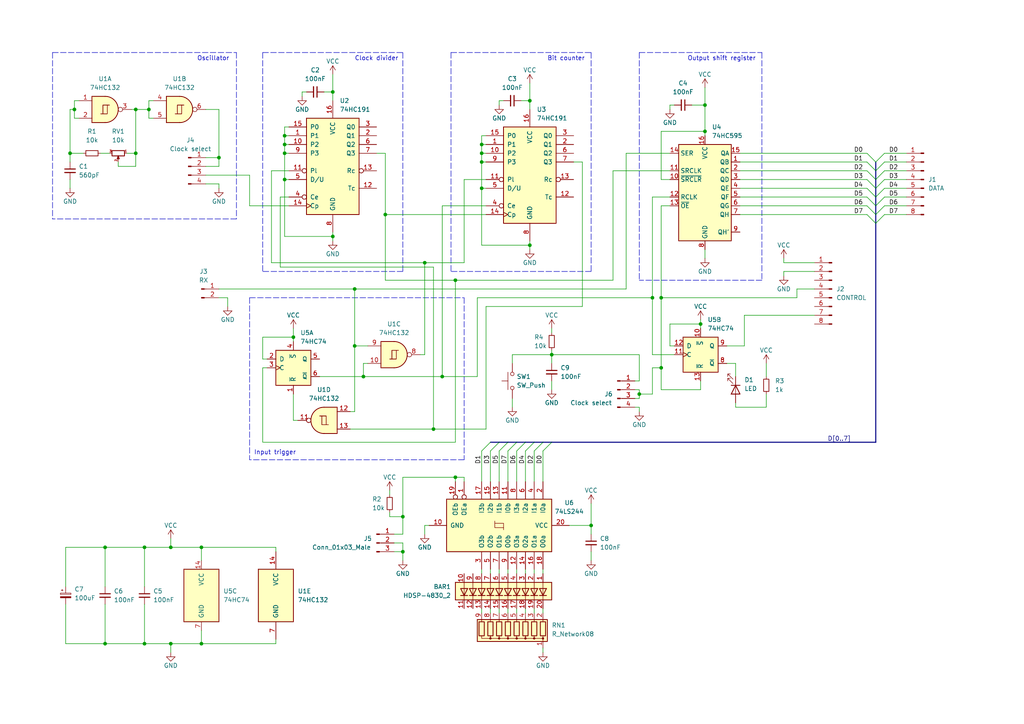
<source format=kicad_sch>
(kicad_sch (version 20211123) (generator eeschema)
  (paper "A4")
  (lib_symbols
    (symbol "74xx:74LS132" (pin_names (offset 1.016))
      (property "Reference" "U" (at 0 1.27 0))
      (property "Value" "74LS132" (at 0 -1.27 0))
      (symbol "74LS132_1_1"
        (pin input line (at -7.62 2.54 0) (length 3.81) (name "~") (number "1"))
        (pin input line (at -7.62 -2.54 0) (length 3.81) (name "~") (number "2"))
        (pin output inverted (at 7.62 0 180) (length 3.81) (name "~") (number "3"))
      )
      (symbol "74LS132_1_2"
        (pin input inverted (at -7.62 2.54 0) (length 4.318) (name "~") (number "1"))
        (pin input inverted (at -7.62 -2.54 0) (length 4.318) (name "~") (number "2"))
        (pin output line (at 7.62 0 180) (length 3.81) (name "~") (number "3"))
      )
      (symbol "74LS132_2_1"
        (pin input line (at -7.62 2.54 0) (length 3.81) (name "~") (number "4"))
        (pin input line (at -7.62 -2.54 0) (length 3.81) (name "~") (number "5"))
        (pin output inverted (at 7.62 0 180) (length 3.81) (name "~") (number "6"))
      )
      (symbol "74LS132_2_2"
        (pin input inverted (at -7.62 2.54 0) (length 4.318) (name "~") (number "4"))
        (pin input inverted (at -7.62 -2.54 0) (length 4.318) (name "~") (number "5"))
        (pin output line (at 7.62 0 180) (length 3.81) (name "~") (number "6"))
      )
      (symbol "74LS132_3_1"
        (pin input line (at -7.62 -2.54 0) (length 3.81) (name "~") (number "10"))
        (pin output inverted (at 7.62 0 180) (length 3.81) (name "~") (number "8"))
        (pin input line (at -7.62 2.54 0) (length 3.81) (name "~") (number "9"))
      )
      (symbol "74LS132_3_2"
        (pin input inverted (at -7.62 -2.54 0) (length 4.318) (name "~") (number "10"))
        (pin output line (at 7.62 0 180) (length 3.81) (name "~") (number "8"))
        (pin input inverted (at -7.62 2.54 0) (length 4.318) (name "~") (number "9"))
      )
      (symbol "74LS132_4_1"
        (pin output inverted (at 7.62 0 180) (length 3.81) (name "~") (number "11"))
        (pin input line (at -7.62 2.54 0) (length 3.81) (name "~") (number "12"))
        (pin input line (at -7.62 -2.54 0) (length 3.81) (name "~") (number "13"))
      )
      (symbol "74LS132_4_2"
        (pin output line (at 7.62 0 180) (length 3.81) (name "~") (number "11"))
        (pin input inverted (at -7.62 2.54 0) (length 4.318) (name "~") (number "12"))
        (pin input inverted (at -7.62 -2.54 0) (length 4.318) (name "~") (number "13"))
      )
      (symbol "74LS132_5_0"
        (pin power_in line (at 0 12.7 270) (length 5.08) (name "VCC") (number "14"))
        (pin power_in line (at 0 -12.7 90) (length 5.08) (name "GND") (number "7"))
      )
    )
    (symbol "74xx:74LS191" (pin_names (offset 1.016))
      (property "Reference" "U" (at -7.62 13.97 0))
      (property "Value" "74LS191" (at -7.62 -16.51 0))
      (symbol "74LS191_1_0"
        (pin input line (at -12.7 7.62 0) (length 5.08) (name "P1") (number "1"))
        (pin input line (at -12.7 5.08 0) (length 5.08) (name "P2") (number "10"))
        (pin input inverted (at -12.7 -2.54 0) (length 5.08) (name "Pl") (number "11"))
        (pin output line (at 12.7 -7.62 180) (length 5.08) (name "Tc") (number "12"))
        (pin output inverted (at 12.7 -2.54 180) (length 5.08) (name "Rc") (number "13"))
        (pin input clock (at -12.7 -12.7 0) (length 5.08) (name "Cp") (number "14"))
        (pin input line (at -12.7 10.16 0) (length 5.08) (name "P0") (number "15"))
        (pin power_in line (at 0 17.78 270) (length 5.08) (name "VCC") (number "16"))
        (pin output line (at 12.7 7.62 180) (length 5.08) (name "Q1") (number "2"))
        (pin output line (at 12.7 10.16 180) (length 5.08) (name "Q0") (number "3"))
        (pin input inverted (at -12.7 -10.16 0) (length 5.08) (name "Ce") (number "4"))
        (pin input line (at -12.7 -5.08 0) (length 5.08) (name "D/U") (number "5"))
        (pin output line (at 12.7 5.08 180) (length 5.08) (name "Q2") (number "6"))
        (pin output line (at 12.7 2.54 180) (length 5.08) (name "Q3") (number "7"))
        (pin power_in line (at 0 -20.32 90) (length 5.08) (name "GND") (number "8"))
        (pin input line (at -12.7 2.54 0) (length 5.08) (name "P3") (number "9"))
      )
    )
    (symbol "74xx:74LS244" (pin_names (offset 1.016))
      (property "Reference" "U" (at -7.62 16.51 0))
      (property "Value" "74LS244" (at -7.62 -16.51 0))
      (symbol "74LS244_1_0"
        (pin input inverted (at -12.7 -10.16 0) (length 5.08) (name "OEa") (number "1"))
        (pin power_in line (at 0 -20.32 90) (length 5.08) (name "GND") (number "10"))
        (pin input line (at -12.7 2.54 0) (length 5.08) (name "I0b") (number "11"))
        (pin tri_state line (at 12.7 5.08 180) (length 5.08) (name "O3a") (number "12"))
        (pin input line (at -12.7 0 0) (length 5.08) (name "I1b") (number "13"))
        (pin tri_state line (at 12.7 7.62 180) (length 5.08) (name "O2a") (number "14"))
        (pin input line (at -12.7 -2.54 0) (length 5.08) (name "I2b") (number "15"))
        (pin tri_state line (at 12.7 10.16 180) (length 5.08) (name "O1a") (number "16"))
        (pin input line (at -12.7 -5.08 0) (length 5.08) (name "I3b") (number "17"))
        (pin tri_state line (at 12.7 12.7 180) (length 5.08) (name "O0a") (number "18"))
        (pin input inverted (at -12.7 -12.7 0) (length 5.08) (name "OEb") (number "19"))
        (pin input line (at -12.7 12.7 0) (length 5.08) (name "I0a") (number "2"))
        (pin power_in line (at 0 20.32 270) (length 5.08) (name "VCC") (number "20"))
        (pin tri_state line (at 12.7 -5.08 180) (length 5.08) (name "O3b") (number "3"))
        (pin input line (at -12.7 10.16 0) (length 5.08) (name "I1a") (number "4"))
        (pin tri_state line (at 12.7 -2.54 180) (length 5.08) (name "O2b") (number "5"))
        (pin input line (at -12.7 7.62 0) (length 5.08) (name "I2a") (number "6"))
        (pin tri_state line (at 12.7 0 180) (length 5.08) (name "O1b") (number "7"))
        (pin input line (at -12.7 5.08 0) (length 5.08) (name "I3a") (number "8"))
        (pin tri_state line (at 12.7 2.54 180) (length 5.08) (name "O0b") (number "9"))
      )
    )
    (symbol "74xx:74LS595"
      (property "Reference" "U" (at -7.62 13.97 0))
      (property "Value" "74LS595" (at -7.62 -16.51 0))
      (symbol "74LS595_1_0"
        (pin tri_state line (at 10.16 7.62 180) (length 2.54) (name "QB") (number "1"))
        (pin input line (at -10.16 2.54 0) (length 2.54) (name "~{SRCLR}") (number "10"))
        (pin input line (at -10.16 5.08 0) (length 2.54) (name "SRCLK") (number "11"))
        (pin input line (at -10.16 -2.54 0) (length 2.54) (name "RCLK") (number "12"))
        (pin input line (at -10.16 -5.08 0) (length 2.54) (name "~{OE}") (number "13"))
        (pin input line (at -10.16 10.16 0) (length 2.54) (name "SER") (number "14"))
        (pin tri_state line (at 10.16 10.16 180) (length 2.54) (name "QA") (number "15"))
        (pin power_in line (at 0 15.24 270) (length 2.54) (name "VCC") (number "16"))
        (pin tri_state line (at 10.16 5.08 180) (length 2.54) (name "QC") (number "2"))
        (pin tri_state line (at 10.16 2.54 180) (length 2.54) (name "QD") (number "3"))
        (pin tri_state line (at 10.16 0 180) (length 2.54) (name "QE") (number "4"))
        (pin tri_state line (at 10.16 -2.54 180) (length 2.54) (name "QF") (number "5"))
        (pin tri_state line (at 10.16 -5.08 180) (length 2.54) (name "QG") (number "6"))
        (pin tri_state line (at 10.16 -7.62 180) (length 2.54) (name "QH") (number "7"))
        (pin power_in line (at 0 -17.78 90) (length 2.54) (name "GND") (number "8"))
        (pin output line (at 10.16 -12.7 180) (length 2.54) (name "QH'") (number "9"))
      )
    )
    (symbol "74xx:74LS74" (pin_names (offset 1.016))
      (property "Reference" "U" (at -7.62 8.89 0))
      (property "Value" "74LS74" (at -7.62 -8.89 0))
      (symbol "74LS74_1_0"
        (pin input line (at 0 -7.62 90) (length 2.54) (name "~{R}") (number "1"))
        (pin input line (at -7.62 2.54 0) (length 2.54) (name "D") (number "2"))
        (pin input clock (at -7.62 0 0) (length 2.54) (name "C") (number "3"))
        (pin input line (at 0 7.62 270) (length 2.54) (name "~{S}") (number "4"))
        (pin output line (at 7.62 2.54 180) (length 2.54) (name "Q") (number "5"))
        (pin output line (at 7.62 -2.54 180) (length 2.54) (name "~{Q}") (number "6"))
      )
      (symbol "74LS74_2_0"
        (pin input line (at 0 7.62 270) (length 2.54) (name "~{S}") (number "10"))
        (pin input clock (at -7.62 0 0) (length 2.54) (name "C") (number "11"))
        (pin input line (at -7.62 2.54 0) (length 2.54) (name "D") (number "12"))
        (pin input line (at 0 -7.62 90) (length 2.54) (name "~{R}") (number "13"))
        (pin output line (at 7.62 -2.54 180) (length 2.54) (name "~{Q}") (number "8"))
        (pin output line (at 7.62 2.54 180) (length 2.54) (name "Q") (number "9"))
      )
      (symbol "74LS74_3_0"
        (pin power_in line (at 0 10.16 270) (length 2.54) (name "VCC") (number "14"))
        (pin power_in line (at 0 -10.16 90) (length 2.54) (name "GND") (number "7"))
      )
    )
    (symbol "Connector:Conn_01x02_Male" (pin_names (offset 1.016) hide)
      (property "Reference" "J" (at 0 2.54 0))
      (property "Value" "Conn_01x02_Male" (at 0 -5.08 0))
      (symbol "Conn_01x02_Male_1_1"
        (pin passive line (at 5.08 0 180) (length 3.81) (name "Pin_1") (number "1"))
        (pin passive line (at 5.08 -2.54 180) (length 3.81) (name "Pin_2") (number "2"))
      )
    )
    (symbol "Connector:Conn_01x03_Male" (pin_names (offset 1.016) hide)
      (property "Reference" "J" (at 0 5.08 0))
      (property "Value" "Conn_01x03_Male" (at 0 -5.08 0))
      (symbol "Conn_01x03_Male_1_1"
        (pin passive line (at 5.08 2.54 180) (length 3.81) (name "Pin_1") (number "1"))
        (pin passive line (at 5.08 0 180) (length 3.81) (name "Pin_2") (number "2"))
        (pin passive line (at 5.08 -2.54 180) (length 3.81) (name "Pin_3") (number "3"))
      )
    )
    (symbol "Connector:Conn_01x04_Male" (pin_names (offset 1.016) hide)
      (property "Reference" "J" (at 0 5.08 0))
      (property "Value" "Conn_01x04_Male" (at 0 -7.62 0))
      (symbol "Conn_01x04_Male_1_1"
        (pin passive line (at 5.08 2.54 180) (length 3.81) (name "Pin_1") (number "1"))
        (pin passive line (at 5.08 0 180) (length 3.81) (name "Pin_2") (number "2"))
        (pin passive line (at 5.08 -2.54 180) (length 3.81) (name "Pin_3") (number "3"))
        (pin passive line (at 5.08 -5.08 180) (length 3.81) (name "Pin_4") (number "4"))
      )
    )
    (symbol "Connector:Conn_01x08_Male" (pin_names (offset 1.016) hide)
      (property "Reference" "J" (at 0 10.16 0))
      (property "Value" "Conn_01x08_Male" (at 0 -12.7 0))
      (symbol "Conn_01x08_Male_1_1"
        (pin passive line (at 5.08 7.62 180) (length 3.81) (name "Pin_1") (number "1"))
        (pin passive line (at 5.08 5.08 180) (length 3.81) (name "Pin_2") (number "2"))
        (pin passive line (at 5.08 2.54 180) (length 3.81) (name "Pin_3") (number "3"))
        (pin passive line (at 5.08 0 180) (length 3.81) (name "Pin_4") (number "4"))
        (pin passive line (at 5.08 -2.54 180) (length 3.81) (name "Pin_5") (number "5"))
        (pin passive line (at 5.08 -5.08 180) (length 3.81) (name "Pin_6") (number "6"))
        (pin passive line (at 5.08 -7.62 180) (length 3.81) (name "Pin_7") (number "7"))
        (pin passive line (at 5.08 -10.16 180) (length 3.81) (name "Pin_8") (number "8"))
      )
    )
    (symbol "Device:C_Polarized_Small" (pin_numbers hide) (pin_names (offset 0.254) hide)
      (property "Reference" "C" (at 0.254 1.778 0))
      (property "Value" "C_Polarized_Small" (at 0.254 -2.032 0))
      (symbol "C_Polarized_Small_1_1"
        (pin passive line (at 0 2.54 270) (length 1.8542) (name "~") (number "1"))
        (pin passive line (at 0 -2.54 90) (length 1.8542) (name "~") (number "2"))
      )
    )
    (symbol "Device:C_Small" (pin_numbers hide) (pin_names (offset 0.254) hide)
      (property "Reference" "C" (at 0.254 1.778 0))
      (property "Value" "C_Small" (at 0.254 -2.032 0))
      (symbol "C_Small_1_1"
        (pin passive line (at 0 2.54 270) (length 2.032) (name "~") (number "1"))
        (pin passive line (at 0 -2.54 90) (length 2.032) (name "~") (number "2"))
      )
    )
    (symbol "Device:LED" (pin_numbers hide) (pin_names (offset 1.016) hide)
      (property "Reference" "D" (at 0 2.54 0))
      (property "Value" "LED" (at 0 -2.54 0))
      (symbol "LED_1_1"
        (pin passive line (at -3.81 0 0) (length 2.54) (name "K") (number "1"))
        (pin passive line (at 3.81 0 180) (length 2.54) (name "A") (number "2"))
      )
    )
    (symbol "Device:R_Network08" (pin_names (offset 0) hide)
      (property "Reference" "RN" (at -12.7 0 90))
      (property "Value" "R_Network08" (at 10.16 0 90))
      (symbol "R_Network08_1_1"
        (pin passive line (at -10.16 5.08 270) (length 2.54) (name "common") (number "1"))
        (pin passive line (at -10.16 -5.08 90) (length 1.27) (name "R1") (number "2"))
        (pin passive line (at -7.62 -5.08 90) (length 1.27) (name "R2") (number "3"))
        (pin passive line (at -5.08 -5.08 90) (length 1.27) (name "R3") (number "4"))
        (pin passive line (at -2.54 -5.08 90) (length 1.27) (name "R4") (number "5"))
        (pin passive line (at 0 -5.08 90) (length 1.27) (name "R5") (number "6"))
        (pin passive line (at 2.54 -5.08 90) (length 1.27) (name "R6") (number "7"))
        (pin passive line (at 5.08 -5.08 90) (length 1.27) (name "R7") (number "8"))
        (pin passive line (at 7.62 -5.08 90) (length 1.27) (name "R8") (number "9"))
      )
    )
    (symbol "Device:R_Potentiometer_Small" (pin_names (offset 1.016) hide)
      (property "Reference" "RV" (at -4.445 0 90))
      (property "Value" "R_Potentiometer_Small" (at -2.54 0 90))
      (symbol "R_Potentiometer_Small_1_1"
        (pin passive line (at 0 2.54 270) (length 0.635) (name "1") (number "1"))
        (pin passive line (at 2.54 0 180) (length 0.9906) (name "2") (number "2"))
        (pin passive line (at 0 -2.54 90) (length 0.635) (name "3") (number "3"))
      )
    )
    (symbol "Device:R_Small" (pin_numbers hide) (pin_names (offset 0.254) hide)
      (property "Reference" "R" (at 0.762 0.508 0))
      (property "Value" "R_Small" (at 0.762 -1.016 0))
      (symbol "R_Small_1_1"
        (pin passive line (at 0 2.54 270) (length 0.762) (name "~") (number "1"))
        (pin passive line (at 0 -2.54 90) (length 0.762) (name "~") (number "2"))
      )
    )
    (symbol "LED:HDSP-4830_2" (pin_names (offset 1.016) hide)
      (property "Reference" "BAR" (at 0 15.24 0))
      (property "Value" "HDSP-4830_2" (at 0 -17.78 0))
      (symbol "HDSP-4830_2_1_1"
        (pin passive line (at -5.08 10.16 0) (length 2.54) (name "A") (number "1"))
        (pin passive line (at -5.08 -12.7 0) (length 2.54) (name "A") (number "10"))
        (pin passive line (at 5.08 -12.7 180) (length 2.54) (name "K") (number "11"))
        (pin passive line (at 5.08 -10.16 180) (length 2.54) (name "K") (number "12"))
        (pin passive line (at 5.08 -7.62 180) (length 2.54) (name "K") (number "13"))
        (pin passive line (at 5.08 -5.08 180) (length 2.54) (name "K") (number "14"))
        (pin passive line (at 5.08 -2.54 180) (length 2.54) (name "K") (number "15"))
        (pin passive line (at 5.08 0 180) (length 2.54) (name "K") (number "16"))
        (pin passive line (at 5.08 2.54 180) (length 2.54) (name "K") (number "17"))
        (pin passive line (at 5.08 5.08 180) (length 2.54) (name "K") (number "18"))
        (pin passive line (at 5.08 7.62 180) (length 2.54) (name "K") (number "19"))
        (pin passive line (at -5.08 7.62 0) (length 2.54) (name "A") (number "2"))
        (pin passive line (at 5.08 10.16 180) (length 2.54) (name "K") (number "20"))
        (pin passive line (at -5.08 5.08 0) (length 2.54) (name "A") (number "3"))
        (pin passive line (at -5.08 2.54 0) (length 2.54) (name "A") (number "4"))
        (pin passive line (at -5.08 0 0) (length 2.54) (name "A") (number "5"))
        (pin passive line (at -5.08 -2.54 0) (length 2.54) (name "A") (number "6"))
        (pin passive line (at -5.08 -5.08 0) (length 2.54) (name "A") (number "7"))
        (pin passive line (at -5.08 -7.62 0) (length 2.54) (name "A") (number "8"))
        (pin passive line (at -5.08 -10.16 0) (length 2.54) (name "A") (number "9"))
      )
    )
    (symbol "Switch:SW_Push" (pin_numbers hide) (pin_names (offset 1.016) hide)
      (property "Reference" "SW" (at 1.27 2.54 0))
      (property "Value" "SW_Push" (at 0 -1.524 0))
      (symbol "SW_Push_0_1"
        (pin passive line (at -5.08 0 0) (length 2.54) (name "1") (number "1"))
        (pin passive line (at 5.08 0 180) (length 2.54) (name "2") (number "2"))
      )
    )
    (symbol "power:GND" (power) (pin_names (offset 0))
      (property "Value" "GND" (at 0 -3.81 0))
      (symbol "GND_1_1"
        (pin power_in line (at 0 0 270) (length 0) hide (name "GND") (number "1"))
      )
    )
    (symbol "power:VCC" (power) (pin_names (offset 0))
      (property "Value" "VCC" (at 0 3.81 0))
      (symbol "VCC_1_1"
        (pin power_in line (at 0 0 90) (length 0) hide (name "VCC") (number "1"))
      )
    )
  )
  (junction (at 58.42 158.75))
  (junction (at 139.7 41.91))
  (junction (at 139.7 44.45))
  (junction (at 43.18 31.75))
  (junction (at 49.53 158.75))
  (junction (at 116.84 160.02))
  (junction (at 82.55 44.45))
  (junction (at 125.73 124.46))
  (junction (at 102.87 100.33))
  (junction (at 123.19 76.2))
  (junction (at 96.52 26.67))
  (junction (at 204.47 30.48))
  (junction (at 63.5 45.72))
  (junction (at 116.84 149.86))
  (junction (at 132.08 138.43))
  (junction (at 128.27 109.22))
  (junction (at 153.67 71.12))
  (junction (at 96.52 68.58))
  (junction (at 153.67 29.21))
  (junction (at 111.76 62.23))
  (junction (at 189.23 86.36))
  (junction (at 41.91 186.69))
  (junction (at 20.32 44.45))
  (junction (at 85.09 97.79))
  (junction (at 39.37 31.75))
  (junction (at 58.42 186.69))
  (junction (at 41.91 158.75))
  (junction (at 203.2 93.98))
  (junction (at 160.02 102.87))
  (junction (at 21.59 31.75))
  (junction (at 82.55 52.07))
  (junction (at 39.37 44.45))
  (junction (at 82.55 41.91))
  (junction (at 30.48 186.69))
  (junction (at 30.48 158.75))
  (junction (at 139.7 54.61))
  (junction (at 185.42 114.3))
  (junction (at 105.41 109.22))
  (junction (at 171.45 152.4))
  (junction (at 191.77 86.36))
  (junction (at 49.53 186.69))
  (junction (at 102.87 83.82))
  (junction (at 82.55 39.37))
  (junction (at 139.7 46.99))
  (junction (at 132.08 81.28))
  (junction (at 191.77 106.68))
  (junction (at 204.47 38.1))
  (bus_entry (at 154.94 128.27) (size -2.54 2.54))
  (bus_entry (at 152.4 128.27) (size -2.54 2.54))
  (bus_entry (at 147.32 128.27) (size -2.54 2.54))
  (bus_entry (at 144.78 128.27) (size -2.54 2.54))
  (bus_entry (at 142.24 128.27) (size -2.54 2.54))
  (bus_entry (at 149.86 128.27) (size -2.54 2.54))
  (bus_entry (at 157.48 128.27) (size -2.54 2.54))
  (bus_entry (at 160.02 128.27) (size -2.54 2.54))
  (bus_entry (at 256.54 57.15) (size -2.54 2.54))
  (bus_entry (at 251.46 54.61) (size 2.54 2.54))
  (bus_entry (at 256.54 46.99) (size -2.54 2.54))
  (bus_entry (at 256.54 49.53) (size -2.54 2.54))
  (bus_entry (at 251.46 59.69) (size 2.54 2.54))
  (bus_entry (at 256.54 62.23) (size -2.54 2.54))
  (bus_entry (at 251.46 57.15) (size 2.54 2.54))
  (bus_entry (at 251.46 62.23) (size 2.54 2.54))
  (bus_entry (at 251.46 46.99) (size 2.54 2.54))
  (bus_entry (at 251.46 49.53) (size 2.54 2.54))
  (bus_entry (at 251.46 52.07) (size 2.54 2.54))
  (bus_entry (at 251.46 44.45) (size 2.54 2.54))
  (bus_entry (at 256.54 54.61) (size -2.54 2.54))
  (bus_entry (at 256.54 59.69) (size -2.54 2.54))
  (bus_entry (at 256.54 44.45) (size -2.54 2.54))
  (bus_entry (at 256.54 52.07) (size -2.54 2.54))
  (wire (pts (xy 63.5 45.72) (xy 63.5 48.26)))
  (wire (pts (xy 191.77 113.03) (xy 203.2 113.03)))
  (wire (pts (xy 139.7 46.99) (xy 139.7 44.45)))
  (wire (pts (xy 171.45 152.4) (xy 171.45 154.94)))
  (wire (pts (xy 140.97 54.61) (xy 139.7 54.61)))
  (wire (pts (xy 87.63 27.94) (xy 87.63 26.67)))
  (bus (pts (xy 254 52.07) (xy 254 54.61)))
  (wire (pts (xy 214.63 44.45) (xy 251.46 44.45)))
  (wire (pts (xy 34.29 48.26) (xy 39.37 48.26)))
  (wire (pts (xy 256.54 52.07) (xy 262.89 52.07)))
  (wire (pts (xy 189.23 102.87) (xy 195.58 102.87)))
  (wire (pts (xy 160.02 102.87) (xy 160.02 105.41)))
  (wire (pts (xy 154.94 176.53) (xy 154.94 177.8)))
  (wire (pts (xy 59.69 53.34) (xy 63.5 53.34)))
  (wire (pts (xy 59.69 50.8) (xy 72.39 50.8)))
  (wire (pts (xy 78.74 49.53) (xy 83.82 49.53)))
  (wire (pts (xy 153.67 29.21) (xy 153.67 31.75)))
  (bus (pts (xy 157.48 128.27) (xy 160.02 128.27)))
  (wire (pts (xy 189.23 114.3) (xy 189.23 106.68)))
  (wire (pts (xy 21.59 29.21) (xy 22.86 29.21)))
  (wire (pts (xy 149.86 165.1) (xy 149.86 166.37)))
  (wire (pts (xy 82.55 68.58) (xy 96.52 68.58)))
  (wire (pts (xy 82.55 41.91) (xy 82.55 39.37)))
  (wire (pts (xy 85.09 95.25) (xy 85.09 97.79)))
  (bus (pts (xy 254 54.61) (xy 254 57.15)))
  (wire (pts (xy 49.53 186.69) (xy 58.42 186.69)))
  (wire (pts (xy 59.69 45.72) (xy 63.5 45.72)))
  (wire (pts (xy 43.18 31.75) (xy 43.18 34.29)))
  (wire (pts (xy 144.78 130.81) (xy 144.78 139.7)))
  (wire (pts (xy 171.45 152.4) (xy 165.1 152.4)))
  (wire (pts (xy 82.55 52.07) (xy 82.55 68.58)))
  (bus (pts (xy 160.02 128.27) (xy 254 128.27)))
  (wire (pts (xy 102.87 83.82) (xy 181.61 83.82)))
  (wire (pts (xy 125.73 77.47) (xy 125.73 124.46)))
  (wire (pts (xy 256.54 54.61) (xy 262.89 54.61)))
  (wire (pts (xy 185.42 114.3) (xy 189.23 114.3)))
  (wire (pts (xy 236.22 83.82) (xy 231.14 83.82)))
  (wire (pts (xy 96.52 26.67) (xy 96.52 29.21)))
  (wire (pts (xy 109.22 44.45) (xy 111.76 44.45)))
  (bus (pts (xy 254 59.69) (xy 254 62.23)))
  (wire (pts (xy 191.77 106.68) (xy 191.77 113.03)))
  (wire (pts (xy 19.05 158.75) (xy 30.48 158.75)))
  (wire (pts (xy 184.15 110.49) (xy 185.42 110.49)))
  (wire (pts (xy 92.71 109.22) (xy 105.41 109.22)))
  (wire (pts (xy 22.86 34.29) (xy 21.59 34.29)))
  (wire (pts (xy 123.19 76.2) (xy 134.62 76.2)))
  (wire (pts (xy 30.48 186.69) (xy 41.91 186.69)))
  (wire (pts (xy 157.48 176.53) (xy 157.48 177.8)))
  (wire (pts (xy 147.32 176.53) (xy 147.32 177.8)))
  (wire (pts (xy 134.62 139.7) (xy 134.62 138.43)))
  (wire (pts (xy 191.77 86.36) (xy 191.77 106.68)))
  (wire (pts (xy 36.83 44.45) (xy 39.37 44.45)))
  (bus (pts (xy 254 49.53) (xy 254 52.07)))
  (wire (pts (xy 191.77 52.07) (xy 191.77 38.1)))
  (wire (pts (xy 111.76 44.45) (xy 111.76 62.23)))
  (wire (pts (xy 147.32 165.1) (xy 147.32 166.37)))
  (wire (pts (xy 189.23 86.36) (xy 189.23 102.87)))
  (wire (pts (xy 203.2 92.71) (xy 203.2 93.98)))
  (bus (pts (xy 254 57.15) (xy 254 59.69)))
  (wire (pts (xy 20.32 31.75) (xy 20.32 44.45)))
  (wire (pts (xy 185.42 119.38) (xy 185.42 118.11)))
  (wire (pts (xy 86.36 121.92) (xy 85.09 121.92)))
  (wire (pts (xy 177.8 49.53) (xy 177.8 81.28)))
  (wire (pts (xy 63.5 86.36) (xy 66.04 86.36)))
  (wire (pts (xy 76.2 106.68) (xy 77.47 106.68)))
  (wire (pts (xy 210.82 100.33) (xy 215.9 100.33)))
  (wire (pts (xy 43.18 34.29) (xy 44.45 34.29)))
  (wire (pts (xy 125.73 124.46) (xy 140.97 124.46)))
  (bus (pts (xy 152.4 128.27) (xy 154.94 128.27)))
  (wire (pts (xy 142.24 176.53) (xy 142.24 177.8)))
  (wire (pts (xy 113.03 148.59) (xy 113.03 149.86)))
  (polyline (pts (xy 116.84 15.24) (xy 116.84 78.74)))
  (bus (pts (xy 154.94 128.27) (xy 157.48 128.27)))
  (wire (pts (xy 203.2 110.49) (xy 203.2 113.03)))
  (polyline (pts (xy 116.84 78.74) (xy 76.2 78.74)))
  (wire (pts (xy 128.27 59.69) (xy 140.97 59.69)))
  (wire (pts (xy 256.54 44.45) (xy 262.89 44.45)))
  (wire (pts (xy 214.63 54.61) (xy 251.46 54.61)))
  (wire (pts (xy 34.29 46.99) (xy 34.29 48.26)))
  (wire (pts (xy 184.15 118.11) (xy 185.42 118.11)))
  (wire (pts (xy 191.77 38.1) (xy 204.47 38.1)))
  (wire (pts (xy 166.37 46.99) (xy 168.91 46.99)))
  (wire (pts (xy 134.62 52.07) (xy 134.62 76.2)))
  (polyline (pts (xy 76.2 15.24) (xy 76.2 78.74)))
  (wire (pts (xy 132.08 138.43) (xy 132.08 139.7)))
  (wire (pts (xy 256.54 46.99) (xy 262.89 46.99)))
  (wire (pts (xy 152.4 176.53) (xy 152.4 177.8)))
  (wire (pts (xy 49.53 186.69) (xy 49.53 189.23)))
  (wire (pts (xy 185.42 110.49) (xy 185.42 102.87)))
  (wire (pts (xy 154.94 165.1) (xy 154.94 166.37)))
  (wire (pts (xy 157.48 130.81) (xy 157.48 139.7)))
  (wire (pts (xy 29.21 44.45) (xy 31.75 44.45)))
  (wire (pts (xy 177.8 81.28) (xy 132.08 81.28)))
  (wire (pts (xy 214.63 52.07) (xy 251.46 52.07)))
  (wire (pts (xy 140.97 52.07) (xy 134.62 52.07)))
  (wire (pts (xy 185.42 114.3) (xy 185.42 115.57)))
  (wire (pts (xy 139.7 44.45) (xy 140.97 44.45)))
  (wire (pts (xy 58.42 158.75) (xy 58.42 162.56)))
  (wire (pts (xy 149.86 130.81) (xy 149.86 139.7)))
  (wire (pts (xy 171.45 146.05) (xy 171.45 152.4)))
  (wire (pts (xy 101.6 119.38) (xy 102.87 119.38)))
  (wire (pts (xy 116.84 154.94) (xy 114.3 154.94)))
  (wire (pts (xy 114.3 160.02) (xy 116.84 160.02)))
  (polyline (pts (xy 68.58 63.5) (xy 15.24 63.5)))
  (wire (pts (xy 105.41 109.22) (xy 128.27 109.22)))
  (wire (pts (xy 204.47 25.4) (xy 204.47 30.48)))
  (wire (pts (xy 105.41 105.41) (xy 105.41 109.22)))
  (wire (pts (xy 140.97 88.9) (xy 140.97 124.46)))
  (wire (pts (xy 215.9 91.44) (xy 215.9 100.33)))
  (wire (pts (xy 20.32 52.07) (xy 20.32 54.61)))
  (wire (pts (xy 83.82 52.07) (xy 82.55 52.07)))
  (wire (pts (xy 38.1 31.75) (xy 39.37 31.75)))
  (wire (pts (xy 138.43 109.22) (xy 138.43 86.36)))
  (wire (pts (xy 82.55 44.45) (xy 82.55 52.07)))
  (wire (pts (xy 81.28 77.47) (xy 125.73 77.47)))
  (wire (pts (xy 80.01 160.02) (xy 80.01 158.75)))
  (wire (pts (xy 123.19 76.2) (xy 123.19 102.87)))
  (wire (pts (xy 144.78 30.48) (xy 144.78 29.21)))
  (wire (pts (xy 213.36 105.41) (xy 213.36 109.22)))
  (wire (pts (xy 123.19 152.4) (xy 123.19 154.94)))
  (wire (pts (xy 168.91 88.9) (xy 140.97 88.9)))
  (wire (pts (xy 194.31 52.07) (xy 191.77 52.07)))
  (wire (pts (xy 200.66 30.48) (xy 204.47 30.48)))
  (wire (pts (xy 106.68 105.41) (xy 105.41 105.41)))
  (wire (pts (xy 63.5 48.26) (xy 59.69 48.26)))
  (wire (pts (xy 121.92 102.87) (xy 123.19 102.87)))
  (wire (pts (xy 204.47 30.48) (xy 204.47 38.1)))
  (wire (pts (xy 80.01 186.69) (xy 58.42 186.69)))
  (wire (pts (xy 195.58 100.33) (xy 194.31 100.33)))
  (polyline (pts (xy 171.45 15.24) (xy 171.45 78.74)))
  (bus (pts (xy 254 46.99) (xy 254 49.53)))
  (wire (pts (xy 76.2 128.27) (xy 76.2 106.68)))
  (wire (pts (xy 168.91 46.99) (xy 168.91 88.9)))
  (wire (pts (xy 80.01 158.75) (xy 58.42 158.75)))
  (wire (pts (xy 160.02 95.25) (xy 160.02 96.52)))
  (wire (pts (xy 160.02 110.49) (xy 160.02 113.03)))
  (wire (pts (xy 151.13 29.21) (xy 153.67 29.21)))
  (wire (pts (xy 184.15 113.03) (xy 185.42 113.03)))
  (wire (pts (xy 82.55 41.91) (xy 83.82 41.91)))
  (bus (pts (xy 144.78 128.27) (xy 147.32 128.27)))
  (wire (pts (xy 63.5 54.61) (xy 63.5 53.34)))
  (wire (pts (xy 19.05 186.69) (xy 30.48 186.69)))
  (wire (pts (xy 227.33 78.74) (xy 227.33 80.01)))
  (wire (pts (xy 153.67 71.12) (xy 139.7 71.12)))
  (wire (pts (xy 80.01 185.42) (xy 80.01 186.69)))
  (wire (pts (xy 214.63 62.23) (xy 251.46 62.23)))
  (wire (pts (xy 148.59 115.57) (xy 148.59 118.11)))
  (wire (pts (xy 185.42 113.03) (xy 185.42 114.3)))
  (wire (pts (xy 85.09 114.3) (xy 85.09 121.92)))
  (wire (pts (xy 82.55 36.83) (xy 83.82 36.83)))
  (wire (pts (xy 96.52 67.31) (xy 96.52 68.58)))
  (wire (pts (xy 132.08 81.28) (xy 132.08 128.27)))
  (wire (pts (xy 132.08 81.28) (xy 111.76 81.28)))
  (wire (pts (xy 256.54 49.53) (xy 262.89 49.53)))
  (wire (pts (xy 21.59 31.75) (xy 20.32 31.75)))
  (polyline (pts (xy 130.81 15.24) (xy 171.45 15.24)))
  (wire (pts (xy 41.91 170.18) (xy 41.91 158.75)))
  (wire (pts (xy 101.6 124.46) (xy 125.73 124.46)))
  (polyline (pts (xy 130.81 15.24) (xy 130.81 78.74)))
  (wire (pts (xy 236.22 78.74) (xy 227.33 78.74)))
  (wire (pts (xy 82.55 39.37) (xy 83.82 39.37)))
  (wire (pts (xy 222.25 118.11) (xy 222.25 114.3)))
  (bus (pts (xy 147.32 128.27) (xy 149.86 128.27)))
  (wire (pts (xy 144.78 29.21) (xy 146.05 29.21)))
  (wire (pts (xy 96.52 68.58) (xy 96.52 69.85)))
  (wire (pts (xy 83.82 57.15) (xy 81.28 57.15)))
  (polyline (pts (xy 185.42 15.24) (xy 220.98 15.24)))
  (wire (pts (xy 144.78 176.53) (xy 144.78 177.8)))
  (wire (pts (xy 41.91 158.75) (xy 49.53 158.75)))
  (wire (pts (xy 113.03 149.86) (xy 116.84 149.86)))
  (wire (pts (xy 85.09 99.06) (xy 85.09 97.79)))
  (wire (pts (xy 139.7 41.91) (xy 140.97 41.91)))
  (wire (pts (xy 82.55 39.37) (xy 82.55 36.83)))
  (wire (pts (xy 154.94 130.81) (xy 154.94 139.7)))
  (wire (pts (xy 128.27 109.22) (xy 138.43 109.22)))
  (wire (pts (xy 181.61 44.45) (xy 181.61 83.82)))
  (wire (pts (xy 102.87 100.33) (xy 102.87 83.82)))
  (wire (pts (xy 21.59 34.29) (xy 21.59 31.75)))
  (wire (pts (xy 78.74 76.2) (xy 78.74 49.53)))
  (wire (pts (xy 20.32 44.45) (xy 24.13 44.45)))
  (wire (pts (xy 132.08 128.27) (xy 76.2 128.27)))
  (wire (pts (xy 213.36 118.11) (xy 222.25 118.11)))
  (polyline (pts (xy 15.24 15.24) (xy 15.24 63.5)))
  (polyline (pts (xy 185.42 15.24) (xy 185.42 81.28)))
  (wire (pts (xy 152.4 130.81) (xy 152.4 139.7)))
  (bus (pts (xy 142.24 128.27) (xy 144.78 128.27)))
  (wire (pts (xy 139.7 165.1) (xy 139.7 166.37)))
  (wire (pts (xy 43.18 29.21) (xy 43.18 31.75)))
  (wire (pts (xy 134.62 138.43) (xy 132.08 138.43)))
  (wire (pts (xy 203.2 93.98) (xy 203.2 95.25)))
  (wire (pts (xy 49.53 158.75) (xy 58.42 158.75)))
  (polyline (pts (xy 220.98 81.28) (xy 185.42 81.28)))
  (wire (pts (xy 152.4 165.1) (xy 152.4 166.37)))
  (wire (pts (xy 44.45 29.21) (xy 43.18 29.21)))
  (wire (pts (xy 194.31 44.45) (xy 181.61 44.45)))
  (wire (pts (xy 157.48 165.1) (xy 157.48 166.37)))
  (wire (pts (xy 83.82 59.69) (xy 72.39 59.69)))
  (wire (pts (xy 139.7 39.37) (xy 140.97 39.37)))
  (wire (pts (xy 63.5 31.75) (xy 59.69 31.75)))
  (wire (pts (xy 30.48 170.18) (xy 30.48 158.75)))
  (wire (pts (xy 41.91 186.69) (xy 49.53 186.69)))
  (wire (pts (xy 85.09 97.79) (xy 76.2 97.79)))
  (wire (pts (xy 139.7 71.12) (xy 139.7 54.61)))
  (wire (pts (xy 116.84 157.48) (xy 116.84 160.02)))
  (bus (pts (xy 254 64.77) (xy 254 128.27)))
  (wire (pts (xy 184.15 115.57) (xy 185.42 115.57)))
  (wire (pts (xy 49.53 156.21) (xy 49.53 158.75)))
  (wire (pts (xy 138.43 86.36) (xy 189.23 86.36)))
  (wire (pts (xy 153.67 24.13) (xy 153.67 29.21)))
  (wire (pts (xy 106.68 100.33) (xy 102.87 100.33)))
  (wire (pts (xy 194.31 31.75) (xy 194.31 30.48)))
  (wire (pts (xy 132.08 138.43) (xy 116.84 138.43)))
  (wire (pts (xy 111.76 81.28) (xy 111.76 62.23)))
  (polyline (pts (xy 134.62 86.36) (xy 134.62 133.35)))
  (wire (pts (xy 116.84 149.86) (xy 116.84 154.94)))
  (wire (pts (xy 147.32 130.81) (xy 147.32 139.7)))
  (wire (pts (xy 63.5 83.82) (xy 102.87 83.82)))
  (wire (pts (xy 256.54 57.15) (xy 262.89 57.15)))
  (wire (pts (xy 149.86 176.53) (xy 149.86 177.8)))
  (wire (pts (xy 20.32 44.45) (xy 20.32 46.99)))
  (wire (pts (xy 194.31 57.15) (xy 189.23 57.15)))
  (wire (pts (xy 114.3 157.48) (xy 116.84 157.48)))
  (polyline (pts (xy 68.58 15.24) (xy 68.58 63.5)))
  (wire (pts (xy 194.31 30.48) (xy 195.58 30.48)))
  (wire (pts (xy 139.7 130.81) (xy 139.7 139.7)))
  (wire (pts (xy 72.39 59.69) (xy 72.39 50.8)))
  (wire (pts (xy 81.28 57.15) (xy 81.28 77.47)))
  (wire (pts (xy 142.24 165.1) (xy 142.24 166.37)))
  (wire (pts (xy 189.23 57.15) (xy 189.23 86.36)))
  (wire (pts (xy 153.67 69.85) (xy 153.67 71.12)))
  (wire (pts (xy 142.24 130.81) (xy 142.24 139.7)))
  (wire (pts (xy 236.22 91.44) (xy 215.9 91.44)))
  (wire (pts (xy 58.42 186.69) (xy 58.42 182.88)))
  (wire (pts (xy 204.47 72.39) (xy 204.47 74.93)))
  (bus (pts (xy 254 62.23) (xy 254 64.77)))
  (wire (pts (xy 139.7 46.99) (xy 139.7 54.61)))
  (wire (pts (xy 256.54 62.23) (xy 262.89 62.23)))
  (wire (pts (xy 222.25 105.41) (xy 222.25 109.22)))
  (wire (pts (xy 157.48 187.96) (xy 157.48 189.23)))
  (wire (pts (xy 194.31 49.53) (xy 177.8 49.53)))
  (wire (pts (xy 148.59 102.87) (xy 160.02 102.87)))
  (wire (pts (xy 204.47 38.1) (xy 204.47 39.37)))
  (wire (pts (xy 171.45 160.02) (xy 171.45 162.56)))
  (wire (pts (xy 83.82 44.45) (xy 82.55 44.45)))
  (wire (pts (xy 160.02 101.6) (xy 160.02 102.87)))
  (wire (pts (xy 139.7 41.91) (xy 139.7 39.37)))
  (wire (pts (xy 39.37 31.75) (xy 43.18 31.75)))
  (wire (pts (xy 191.77 86.36) (xy 191.77 59.69)))
  (wire (pts (xy 123.19 76.2) (xy 78.74 76.2)))
  (wire (pts (xy 39.37 48.26) (xy 39.37 44.45)))
  (polyline (pts (xy 72.39 86.36) (xy 134.62 86.36)))
  (wire (pts (xy 66.04 88.9) (xy 66.04 86.36)))
  (wire (pts (xy 210.82 105.41) (xy 213.36 105.41)))
  (wire (pts (xy 30.48 158.75) (xy 41.91 158.75)))
  (wire (pts (xy 148.59 105.41) (xy 148.59 102.87)))
  (polyline (pts (xy 15.24 15.24) (xy 68.58 15.24)))
  (wire (pts (xy 189.23 106.68) (xy 191.77 106.68)))
  (wire (pts (xy 227.33 74.93) (xy 227.33 76.2)))
  (wire (pts (xy 19.05 170.18) (xy 19.05 158.75)))
  (wire (pts (xy 214.63 49.53) (xy 251.46 49.53)))
  (wire (pts (xy 194.31 100.33) (xy 194.31 93.98)))
  (wire (pts (xy 19.05 175.26) (xy 19.05 186.69)))
  (polyline (pts (xy 220.98 15.24) (xy 220.98 81.28)))
  (wire (pts (xy 93.98 26.67) (xy 96.52 26.67)))
  (wire (pts (xy 191.77 86.36) (xy 231.14 86.36)))
  (polyline (pts (xy 134.62 133.35) (xy 72.39 133.35)))
  (wire (pts (xy 214.63 57.15) (xy 251.46 57.15)))
  (wire (pts (xy 160.02 102.87) (xy 185.42 102.87)))
  (wire (pts (xy 140.97 46.99) (xy 139.7 46.99)))
  (wire (pts (xy 76.2 97.79) (xy 76.2 104.14)))
  (wire (pts (xy 191.77 59.69) (xy 194.31 59.69)))
  (wire (pts (xy 124.46 152.4) (xy 123.19 152.4)))
  (wire (pts (xy 236.22 76.2) (xy 227.33 76.2)))
  (wire (pts (xy 213.36 116.84) (xy 213.36 118.11)))
  (wire (pts (xy 153.67 71.12) (xy 153.67 72.39)))
  (wire (pts (xy 96.52 21.59) (xy 96.52 26.67)))
  (wire (pts (xy 139.7 176.53) (xy 139.7 177.8)))
  (wire (pts (xy 214.63 46.99) (xy 251.46 46.99)))
  (wire (pts (xy 128.27 59.69) (xy 128.27 109.22)))
  (polyline (pts (xy 72.39 86.36) (xy 72.39 133.35)))
  (wire (pts (xy 113.03 142.24) (xy 113.03 143.51)))
  (bus (pts (xy 149.86 128.27) (xy 152.4 128.27)))
  (wire (pts (xy 87.63 26.67) (xy 88.9 26.67)))
  (polyline (pts (xy 171.45 78.74) (xy 130.81 78.74)))
  (wire (pts (xy 41.91 175.26) (xy 41.91 186.69)))
  (wire (pts (xy 116.84 160.02) (xy 116.84 162.56)))
  (wire (pts (xy 63.5 45.72) (xy 63.5 31.75)))
  (wire (pts (xy 21.59 31.75) (xy 21.59 29.21)))
  (wire (pts (xy 139.7 44.45) (xy 139.7 41.91)))
  (wire (pts (xy 144.78 165.1) (xy 144.78 166.37)))
  (wire (pts (xy 194.31 93.98) (xy 203.2 93.98)))
  (wire (pts (xy 76.2 104.14) (xy 77.47 104.14)))
  (wire (pts (xy 256.54 59.69) (xy 262.89 59.69)))
  (wire (pts (xy 111.76 62.23) (xy 140.97 62.23)))
  (wire (pts (xy 214.63 59.69) (xy 251.46 59.69)))
  (wire (pts (xy 82.55 44.45) (xy 82.55 41.91)))
  (wire (pts (xy 231.14 83.82) (xy 231.14 86.36)))
  (polyline (pts (xy 76.2 15.24) (xy 116.84 15.24)))
  (wire (pts (xy 30.48 175.26) (xy 30.48 186.69)))
  (wire (pts (xy 39.37 31.75) (xy 39.37 44.45)))
  (wire (pts (xy 102.87 100.33) (xy 102.87 119.38)))
  (wire (pts (xy 116.84 138.43) (xy 116.84 149.86)))
  (text "Bit counter" (at 158.75 17.78 0) (effects (font (size 1.27 1.27)) (justify left bottom)))
  (text "Clock divider" (at 102.87 17.78 0) (effects (font (size 1.27 1.27)) (justify left bottom)))
  (text "Oscillator" (at 57.15 17.78 0) (effects (font (size 1.27 1.27)) (justify left bottom)))
  (text "Output shift register" (at 199.39 17.78 0) (effects (font (size 1.27 1.27)) (justify left bottom)))
  (text "Input trigger" (at 73.66 132.08 0) (effects (font (size 1.27 1.27)) (justify left bottom)))
  (label "D6" (at 257.81 59.69 0))
  (label "D0" (at 157.48 134.62 90))
  (label "D1" (at 257.81 46.99 0))
  (label "D7" (at 257.81 62.23 0))
  (label "D5" (at 144.78 134.62 90))
  (label "D1" (at 139.7 134.62 90))
  (label "D1" (at 247.65 46.99 0))
  (label "D2" (at 257.81 49.53 0))
  (label "D5" (at 247.65 57.15 0))
  (label "D7" (at 247.65 62.23 0))
  (label "D5" (at 257.81 57.15 0))
  (label "D4" (at 257.81 54.61 0))
  (label "D3" (at 247.65 52.07 0))
  (label "D2" (at 154.94 134.62 90))
  (label "D6" (at 149.86 134.62 90))
  (label "D2" (at 247.65 49.53 0))
  (label "D3" (at 142.24 134.62 90))
  (label "D4" (at 152.4 134.62 90))
  (label "D7" (at 147.32 134.62 90))
  (label "D4" (at 247.65 54.61 0))
  (label "D0" (at 257.81 44.45 0))
  (label "D3" (at 257.81 52.07 0))
  (label "D[0..7]" (at 240.03 128.27 0))
  (label "D0" (at 247.65 44.45 0))
  (label "D6" (at 247.65 59.69 0))
  (symbol (lib_id "Device:C_Small") (at 20.32 49.53 0) (unit 1)
    (property "Reference" "C1" (at 22.86 48.2662 0) (effects (justify left)))
    (property "Value" "560pF" (at 22.86 50.8062 0) (effects (justify left)))
    (property "Footprint" "Capacitor_THT:C_Disc_D3.0mm_W2.0mm_P2.50mm" (effects hide))
  )
  (symbol (lib_id "power:VCC") (at 113.03 142.24 0) (unit 1)
    (property "Reference" "#PWR0105" (effects hide))
    (property "Value" "VCC" (at 113.03 138.43 0))
  )
  (symbol (lib_id "power:VCC") (at 204.47 25.4 0) (unit 1)
    (property "Reference" "#PWR0124" (effects hide))
    (property "Value" "VCC" (at 204.47 21.59 0))
  )
  (symbol (lib_id "Device:C_Polarized_Small") (at 19.05 172.72 0) (unit 1)
    (property "Reference" "C7" (at 21.59 170.9038 0) (effects (justify left)))
    (property "Value" "100uF" (at 21.59 173.4438 0) (effects (justify left)))
    (property "Footprint" "Capacitor_THT:CP_Radial_D6.3mm_P2.50mm" (effects hide))
  )
  (symbol (lib_id "Connector:Conn_01x03_Male") (at 109.22 157.48 0) (unit 1)
    (property "Reference" "J5" (at 106.68 156.21 0))
    (property "Value" "Conn_01x03_Male" (at 99.06 158.75 0))
    (property "Footprint" "Connector_PinHeader_2.54mm:PinHeader_1x03_P2.54mm_Vertical" (effects hide))
  )
  (symbol (lib_id "power:GND") (at 157.48 189.23 0) (unit 1)
    (property "Reference" "#PWR0115" (effects hide))
    (property "Value" "GND" (at 157.48 193.04 0))
  )
  (symbol (lib_id "power:GND") (at 148.59 118.11 0) (unit 1)
    (property "Reference" "#PWR0128" (effects hide))
    (property "Value" "GND" (at 148.59 121.92 0))
  )
  (symbol (lib_id "Device:C_Small") (at 198.12 30.48 270) (unit 1)
    (property "Reference" "C4" (at 198.1136 24.13 90))
    (property "Value" "100nF" (at 198.1136 26.67 90))
    (property "Footprint" "Capacitor_THT:C_Disc_D3.0mm_W2.0mm_P2.50mm" (effects hide))
  )
  (symbol (lib_id "power:GND") (at 123.19 154.94 0) (unit 1)
    (property "Reference" "#PWR0107" (effects hide))
    (property "Value" "GND" (at 123.19 158.75 0))
  )
  (symbol (lib_id "power:GND") (at 96.52 69.85 0) (unit 1)
    (property "Reference" "#PWR0102" (effects hide))
    (property "Value" "GND" (at 96.52 73.66 0))
  )
  (symbol (lib_id "power:VCC") (at 160.02 95.25 0) (unit 1)
    (property "Reference" "#PWR0129" (effects hide))
    (property "Value" "VCC" (at 160.02 91.44 0))
  )
  (symbol (lib_id "Device:C_Small") (at 160.02 107.95 0) (unit 1)
    (property "Reference" "C9" (at 162.56 106.6862 0) (effects (justify left)))
    (property "Value" "100nF" (at 162.56 109.2262 0) (effects (justify left)))
    (property "Footprint" "Capacitor_THT:C_Disc_D3.0mm_W2.0mm_P2.50mm" (effects hide))
  )
  (symbol (lib_id "power:GND") (at 227.33 80.01 0) (unit 1)
    (property "Reference" "#PWR0117" (effects hide))
    (property "Value" "GND" (at 227.33 83.82 0))
  )
  (symbol (lib_id "LED:HDSP-4830_2") (at 147.32 171.45 270) (unit 1)
    (property "Reference" "BAR1" (at 130.81 170.1799 90) (effects (justify right)))
    (property "Value" "HDSP-4830_2" (at 130.81 172.7199 90) (effects (justify right)))
    (property "Footprint" "Display:HDSP-4830" (effects hide))
    (property "Datasheet" "https://docs.broadcom.com/docs/AV02-1798EN" (effects hide))
  )
  (symbol (lib_id "power:VCC") (at 203.2 92.71 0) (unit 1)
    (property "Reference" "#PWR0126" (effects hide))
    (property "Value" "VCC" (at 203.2 88.9 0))
  )
  (symbol (lib_id "power:GND") (at 63.5 54.61 0) (unit 1)
    (property "Reference" "#PWR0110" (effects hide))
    (property "Value" "GND" (at 63.5 58.42 0))
  )
  (symbol (lib_id "Connector:Conn_01x04_Male") (at 54.61 48.26 0) (unit 1)
    (property "Reference" "J4" (at 55.245 40.64 0))
    (property "Value" "Clock select" (at 55.245 43.18 0))
    (property "Footprint" "Connector_PinHeader_2.54mm:PinHeader_1x04_P2.54mm_Vertical" (effects hide))
  )
  (symbol (lib_id "Connector:Conn_01x02_Male") (at 58.42 83.82 0) (unit 1)
    (property "Reference" "J3" (at 59.055 78.74 0))
    (property "Value" "RX" (at 59.055 81.28 0))
    (property "Footprint" "Connector_PinHeader_2.54mm:PinHeader_1x02_P2.54mm_Horizontal" (effects hide))
  )
  (symbol (lib_id "power:VCC") (at 222.25 105.41 0) (unit 1)
    (property "Reference" "#PWR0119" (effects hide))
    (property "Value" "VCC" (at 222.25 101.6 0))
  )
  (symbol (lib_id "74xx:74LS191") (at 96.52 46.99 0) (unit 1)
    (property "Reference" "U2" (at 98.5394 29.21 0) (effects (justify left)))
    (property "Value" "74HC191" (at 98.5394 31.75 0) (effects (justify left)))
    (property "Footprint" "Package_DIP:DIP-16_W7.62mm" (effects hide))
    (property "Datasheet" "http://www.ti.com/lit/gpn/sn74LS191" (effects hide))
  )
  (symbol (lib_id "Switch:SW_Push") (at 148.59 110.49 90) (unit 1)
    (property "Reference" "SW1" (at 149.86 109.2199 90) (effects (justify right)))
    (property "Value" "SW_Push" (at 149.86 111.7599 90) (effects (justify right)))
    (property "Footprint" "Button_Switch_THT:SW_PUSH_6mm" (effects hide))
  )
  (symbol (lib_id "power:VCC") (at 153.67 24.13 0) (unit 1)
    (property "Reference" "#PWR0125" (effects hide))
    (property "Value" "VCC" (at 153.67 20.32 0))
  )
  (symbol (lib_id "power:VCC") (at 96.52 21.59 0) (unit 1)
    (property "Reference" "#PWR0103" (effects hide))
    (property "Value" "VCC" (at 96.52 17.78 0))
  )
  (symbol (lib_id "power:GND") (at 144.78 30.48 0) (unit 1)
    (property "Reference" "#PWR0123" (effects hide))
    (property "Value" "GND" (at 144.78 34.29 0))
  )
  (symbol (lib_id "Device:C_Small") (at 148.59 29.21 270) (unit 1)
    (property "Reference" "C3" (at 148.5836 22.86 90))
    (property "Value" "100nF" (at 148.5836 25.4 90))
    (property "Footprint" "Capacitor_THT:C_Disc_D3.0mm_W2.0mm_P2.50mm" (effects hide))
  )
  (symbol (lib_id "power:GND") (at 87.63 27.94 0) (unit 1)
    (property "Reference" "#PWR0101" (effects hide))
    (property "Value" "GND" (at 87.63 31.75 0))
  )
  (symbol (lib_id "Device:R_Small") (at 26.67 44.45 90) (unit 1)
    (property "Reference" "R1" (at 26.67 38.1 90))
    (property "Value" "10k" (at 26.67 40.64 90))
    (property "Footprint" "Resistor_THT:R_Axial_DIN0207_L6.3mm_D2.5mm_P10.16mm_Horizontal" (effects hide))
  )
  (symbol (lib_id "Connector:Conn_01x08_Male") (at 267.97 52.07 0) (mirror y) (unit 1)
    (property "Reference" "J1" (at 269.24 52.0699 0) (effects (justify right)))
    (property "Value" "DATA" (at 269.24 54.6099 0) (effects (justify right)))
    (property "Footprint" "Connector_PinHeader_2.54mm:PinHeader_1x08_P2.54mm_Horizontal" (effects hide))
  )
  (symbol (lib_id "power:GND") (at 185.42 119.38 0) (unit 1)
    (property "Reference" "#PWR0116" (effects hide))
    (property "Value" "GND" (at 185.42 123.19 0))
  )
  (symbol (lib_id "power:VCC") (at 227.33 74.93 0) (unit 1)
    (property "Reference" "#PWR0118" (effects hide))
    (property "Value" "VCC" (at 227.33 71.12 0))
  )
  (symbol (lib_id "Device:R_Network08") (at 147.32 182.88 180) (unit 1)
    (property "Reference" "RN1" (at 160.02 181.3559 0) (effects (justify right)))
    (property "Value" "R_Network08" (at 160.02 183.8959 0) (effects (justify right)))
    (property "Footprint" "Resistor_THT:R_Array_SIP9" (effects hide))
    (property "Datasheet" "http://www.vishay.com/docs/31509/csc.pdf" (effects hide))
  )
  (symbol (lib_id "power:GND") (at 20.32 54.61 0) (unit 1)
    (property "Reference" "#PWR0109" (effects hide))
    (property "Value" "GND" (at 20.32 58.42 0))
  )
  (symbol (lib_id "power:GND") (at 153.67 72.39 0) (unit 1)
    (property "Reference" "#PWR0120" (effects hide))
    (property "Value" "GND" (at 153.67 76.2 0))
  )
  (symbol (lib_id "power:GND") (at 194.31 31.75 0) (unit 1)
    (property "Reference" "#PWR0122" (effects hide))
    (property "Value" "GND" (at 194.31 35.56 0))
  )
  (symbol (lib_id "Device:C_Small") (at 171.45 157.48 0) (unit 1)
    (property "Reference" "C8" (at 173.99 156.2162 0) (effects (justify left)))
    (property "Value" "100nF" (at 173.99 158.7562 0) (effects (justify left)))
    (property "Footprint" "Capacitor_THT:C_Disc_D3.0mm_W2.0mm_P2.50mm" (effects hide))
  )
  (symbol (lib_id "74xx:74LS74") (at 203.2 102.87 0) (unit 2)
    (property "Reference" "U5" (at 205.2194 92.71 0) (effects (justify left)))
    (property "Value" "74HC74" (at 205.2194 95.25 0) (effects (justify left)))
    (property "Footprint" "Package_DIP:DIP-14_W7.62mm" (effects hide))
    (property "Datasheet" "74xx/74hc_hct74.pdf" (effects hide))
  )
  (symbol (lib_id "Device:R_Small") (at 222.25 111.76 0) (unit 1)
    (property "Reference" "R3" (at 224.79 110.4899 0) (effects (justify left)))
    (property "Value" "1k" (at 224.79 113.0299 0) (effects (justify left)))
    (property "Footprint" "Resistor_THT:R_Axial_DIN0207_L6.3mm_D2.5mm_P10.16mm_Horizontal" (effects hide))
  )
  (symbol (lib_id "power:GND") (at 204.47 74.93 0) (unit 1)
    (property "Reference" "#PWR0127" (effects hide))
    (property "Value" "GND" (at 204.47 78.74 0))
  )
  (symbol (lib_id "power:GND") (at 116.84 162.56 0) (unit 1)
    (property "Reference" "#PWR0113" (effects hide))
    (property "Value" "GND" (at 116.84 166.37 0))
  )
  (symbol (lib_id "power:VCC") (at 171.45 146.05 0) (unit 1)
    (property "Reference" "#PWR0108" (effects hide))
    (property "Value" "VCC" (at 171.45 142.24 0))
  )
  (symbol (lib_id "74xx:74LS132") (at 30.48 31.75 0) (unit 1)
    (property "Reference" "U1" (at 30.48 22.86 0))
    (property "Value" "74HC132" (at 30.48 25.4 0))
    (property "Footprint" "Package_DIP:DIP-14_W7.62mm" (effects hide))
    (property "Datasheet" "http://www.ti.com/lit/gpn/sn74LS132" (effects hide))
  )
  (symbol (lib_id "74xx:74LS595") (at 204.47 54.61 0) (unit 1)
    (property "Reference" "U4" (at 206.4894 36.83 0) (effects (justify left)))
    (property "Value" "74HC595" (at 206.4894 39.37 0) (effects (justify left)))
    (property "Footprint" "Package_DIP:DIP-16_W7.62mm" (effects hide))
    (property "Datasheet" "http://www.ti.com/lit/gpn/sn74ls595" (effects hide))
  )
  (symbol (lib_id "power:GND") (at 171.45 162.56 0) (unit 1)
    (property "Reference" "#PWR0114" (effects hide))
    (property "Value" "GND" (at 171.45 166.37 0))
  )
  (symbol (lib_id "Device:C_Small") (at 91.44 26.67 270) (unit 1)
    (property "Reference" "C2" (at 91.4336 20.32 90))
    (property "Value" "100nF" (at 91.4336 22.86 90))
    (property "Footprint" "Capacitor_THT:C_Disc_D3.0mm_W2.0mm_P2.50mm" (effects hide))
  )
  (symbol (lib_id "74xx:74LS74") (at 58.42 172.72 0) (unit 3)
    (property "Reference" "U5" (at 64.77 171.4499 0) (effects (justify left)))
    (property "Value" "74HC74" (at 64.77 173.9899 0) (effects (justify left)))
    (property "Footprint" "Package_DIP:DIP-14_W7.62mm" (effects hide))
    (property "Datasheet" "74xx/74hc_hct74.pdf" (effects hide))
  )
  (symbol (lib_id "Device:C_Small") (at 30.48 172.72 0) (unit 1)
    (property "Reference" "C6" (at 33.02 171.4562 0) (effects (justify left)))
    (property "Value" "100nF" (at 33.02 173.9962 0) (effects (justify left)))
    (property "Footprint" "Capacitor_THT:C_Disc_D3.0mm_W2.0mm_P2.50mm" (effects hide))
  )
  (symbol (lib_id "Device:C_Small") (at 41.91 172.72 0) (unit 1)
    (property "Reference" "C5" (at 44.45 171.4562 0) (effects (justify left)))
    (property "Value" "100nF" (at 44.45 173.9962 0) (effects (justify left)))
    (property "Footprint" "Capacitor_THT:C_Disc_D3.0mm_W2.0mm_P2.50mm" (effects hide))
  )
  (symbol (lib_id "power:GND") (at 49.53 189.23 0) (unit 1)
    (property "Reference" "#PWR0112" (effects hide))
    (property "Value" "GND" (at 49.53 193.04 0))
  )
  (symbol (lib_id "Device:R_Small") (at 113.03 146.05 180) (unit 1)
    (property "Reference" "R2" (at 107.95 144.78 0) (effects (justify right)))
    (property "Value" "10k" (at 107.95 147.32 0) (effects (justify right)))
    (property "Footprint" "Resistor_THT:R_Axial_DIN0207_L6.3mm_D2.5mm_P10.16mm_Horizontal" (effects hide))
  )
  (symbol (lib_id "74xx:74LS191") (at 153.67 49.53 0) (unit 1)
    (property "Reference" "U3" (at 155.6894 31.75 0) (effects (justify left)))
    (property "Value" "74HC191" (at 155.6894 34.29 0) (effects (justify left)))
    (property "Footprint" "Package_DIP:DIP-16_W7.62mm" (effects hide))
    (property "Datasheet" "http://www.ti.com/lit/gpn/sn74LS191" (effects hide))
  )
  (symbol (lib_id "74xx:74LS74") (at 85.09 106.68 0) (unit 1)
    (property "Reference" "U5" (at 87.1094 96.52 0) (effects (justify left)))
    (property "Value" "74HC74" (at 87.1094 99.06 0) (effects (justify left)))
    (property "Footprint" "Package_DIP:DIP-14_W7.62mm" (effects hide))
    (property "Datasheet" "74xx/74hc_hct74.pdf" (effects hide))
  )
  (symbol (lib_id "Device:R_Potentiometer_Small") (at 34.29 44.45 270) (unit 1)
    (property "Reference" "RV1" (at 34.29 38.1 90))
    (property "Value" "10k" (at 34.29 40.64 90))
    (property "Footprint" "Resistor_THT:R_Axial_DIN0207_L6.3mm_D2.5mm_P10.16mm_Horizontal" (effects hide))
  )
  (symbol (lib_id "power:GND") (at 160.02 113.03 0) (unit 1)
    (property "Reference" "#PWR0121" (effects hide))
    (property "Value" "GND" (at 160.02 116.84 0))
  )
  (symbol (lib_id "power:VCC") (at 85.09 95.25 0) (unit 1)
    (property "Reference" "#PWR0106" (effects hide))
    (property "Value" "VCC" (at 85.09 91.44 0))
  )
  (symbol (lib_id "74xx:74LS132") (at 93.98 121.92 0) (mirror y) (unit 4)
    (property "Reference" "U1" (at 93.98 113.03 0))
    (property "Value" "74HC132" (at 93.98 115.57 0))
    (property "Footprint" "Package_DIP:DIP-14_W7.62mm" (effects hide))
    (property "Datasheet" "http://www.ti.com/lit/gpn/sn74LS132" (effects hide))
  )
  (symbol (lib_id "Device:R_Small") (at 160.02 99.06 180) (unit 1)
    (property "Reference" "R4" (at 154.94 97.79 0) (effects (justify right)))
    (property "Value" "10k" (at 154.94 100.33 0) (effects (justify right)))
    (property "Footprint" "Resistor_THT:R_Axial_DIN0207_L6.3mm_D2.5mm_P10.16mm_Horizontal" (effects hide))
  )
  (symbol (lib_id "74xx:74LS244") (at 144.78 152.4 270) (unit 1)
    (property "Reference" "U6" (at 165.1 145.8212 90))
    (property "Value" "74LS244" (at 165.1 148.3612 90))
    (property "Footprint" "Package_DIP:DIP-20_W7.62mm" (effects hide))
    (property "Datasheet" "http://www.ti.com/lit/ds/symlink/sn74ls244.pdf" (effects hide))
  )
  (symbol (lib_id "Device:LED") (at 213.36 113.03 270) (unit 1)
    (property "Reference" "D1" (at 215.9 110.1724 90) (effects (justify left)))
    (property "Value" "LED" (at 215.9 112.7124 90) (effects (justify left)))
    (property "Footprint" "LED_THT:LED_D3.0mm" (effects hide))
  )
  (symbol (lib_id "Connector:Conn_01x04_Male") (at 179.07 113.03 0) (unit 1)
    (property "Reference" "J6" (at 176.53 114.3 0))
    (property "Value" "Clock select" (at 171.45 116.84 0))
    (property "Footprint" "Connector_PinHeader_2.54mm:PinHeader_1x04_P2.54mm_Vertical" (effects hide))
  )
  (symbol (lib_id "Connector:Conn_01x08_Male") (at 241.3 83.82 0) (mirror y) (unit 1)
    (property "Reference" "J2" (at 242.57 83.8199 0) (effects (justify right)))
    (property "Value" "CONTROL" (at 242.57 86.3599 0) (effects (justify right)))
    (property "Footprint" "Connector_PinHeader_2.54mm:PinHeader_1x08_P2.54mm_Horizontal" (effects hide))
  )
  (symbol (lib_id "power:VCC") (at 49.53 156.21 0) (unit 1)
    (property "Reference" "#PWR0111" (effects hide))
    (property "Value" "VCC" (at 49.53 152.4 0))
  )
  (symbol (lib_id "74xx:74LS132") (at 80.01 172.72 0) (unit 5)
    (property "Reference" "U1" (at 86.36 171.4499 0) (effects (justify left)))
    (property "Value" "74HC132" (at 86.36 173.9899 0) (effects (justify left)))
    (property "Footprint" "Package_DIP:DIP-14_W7.62mm" (effects hide))
    (property "Datasheet" "http://www.ti.com/lit/gpn/sn74LS132" (effects hide))
  )
  (symbol (lib_id "power:GND") (at 66.04 88.9 0) (unit 1)
    (property "Reference" "#PWR0104" (effects hide))
    (property "Value" "GND" (at 66.04 92.71 0))
  )
  (symbol (lib_id "74xx:74LS132") (at 52.07 31.75 0) (unit 2)
    (property "Reference" "U1" (at 52.07 22.86 0))
    (property "Value" "74HC132" (at 52.07 25.4 0))
    (property "Footprint" "Package_DIP:DIP-14_W7.62mm" (effects hide))
    (property "Datasheet" "http://www.ti.com/lit/gpn/sn74LS132" (effects hide))
  )
  (symbol (lib_id "74xx:74LS132") (at 114.3 102.87 0) (unit 3)
    (property "Reference" "U1" (at 114.3 93.98 0))
    (property "Value" "74HC132" (at 114.3 96.52 0))
    (property "Footprint" "Package_DIP:DIP-14_W7.62mm" (effects hide))
    (property "Datasheet" "http://www.ti.com/lit/gpn/sn74LS132" (effects hide))
  )
)
</source>
